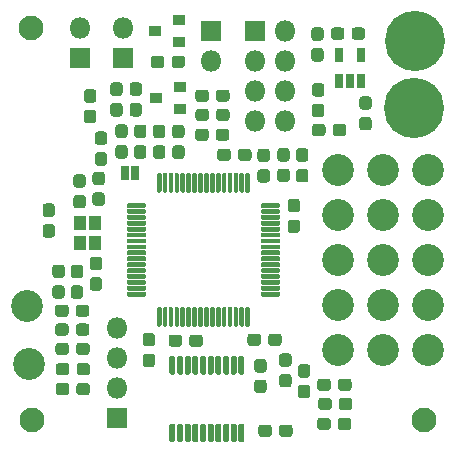
<source format=gts>
%TF.GenerationSoftware,KiCad,Pcbnew,(5.1.6-0-10_14)*%
%TF.CreationDate,2022-07-06T22:32:54-05:00*%
%TF.ProjectId,small_led_driver_v2,736d616c-6c5f-46c6-9564-5f6472697665,rev?*%
%TF.SameCoordinates,Original*%
%TF.FileFunction,Soldermask,Top*%
%TF.FilePolarity,Negative*%
%FSLAX46Y46*%
G04 Gerber Fmt 4.6, Leading zero omitted, Abs format (unit mm)*
G04 Created by KiCad (PCBNEW (5.1.6-0-10_14)) date 2022-07-06 22:32:54*
%MOMM*%
%LPD*%
G01*
G04 APERTURE LIST*
%ADD10C,2.700000*%
%ADD11O,1.800000X1.800000*%
%ADD12R,1.800000X1.800000*%
%ADD13C,5.100000*%
%ADD14R,1.000000X0.900000*%
%ADD15R,0.750000X1.160000*%
%ADD16R,0.675000X1.240000*%
%ADD17R,1.100000X1.300000*%
%ADD18C,2.100000*%
G04 APERTURE END LIST*
D10*
%TO.C,J13*%
X119806900Y-99585200D03*
%TD*%
%TO.C,J17*%
X119806900Y-107205200D03*
%TD*%
%TO.C,J19*%
X119806900Y-103395200D03*
%TD*%
%TO.C,J22*%
X119806900Y-95775200D03*
%TD*%
%TO.C,J23*%
X119806900Y-91965200D03*
%TD*%
%TO.C,C1*%
G36*
G01*
X95267500Y-101025000D02*
X95792500Y-101025000D01*
G75*
G02*
X96055000Y-101287500I0J-262500D01*
G01*
X96055000Y-101912500D01*
G75*
G02*
X95792500Y-102175000I-262500J0D01*
G01*
X95267500Y-102175000D01*
G75*
G02*
X95005000Y-101912500I0J262500D01*
G01*
X95005000Y-101287500D01*
G75*
G02*
X95267500Y-101025000I262500J0D01*
G01*
G37*
G36*
G01*
X95267500Y-99275000D02*
X95792500Y-99275000D01*
G75*
G02*
X96055000Y-99537500I0J-262500D01*
G01*
X96055000Y-100162500D01*
G75*
G02*
X95792500Y-100425000I-262500J0D01*
G01*
X95267500Y-100425000D01*
G75*
G02*
X95005000Y-100162500I0J262500D01*
G01*
X95005000Y-99537500D01*
G75*
G02*
X95267500Y-99275000I262500J0D01*
G01*
G37*
%TD*%
%TO.C,C2*%
G36*
G01*
X94402500Y-95200000D02*
X93877500Y-95200000D01*
G75*
G02*
X93615000Y-94937500I0J262500D01*
G01*
X93615000Y-94312500D01*
G75*
G02*
X93877500Y-94050000I262500J0D01*
G01*
X94402500Y-94050000D01*
G75*
G02*
X94665000Y-94312500I0J-262500D01*
G01*
X94665000Y-94937500D01*
G75*
G02*
X94402500Y-95200000I-262500J0D01*
G01*
G37*
G36*
G01*
X94402500Y-93450000D02*
X93877500Y-93450000D01*
G75*
G02*
X93615000Y-93187500I0J262500D01*
G01*
X93615000Y-92562500D01*
G75*
G02*
X93877500Y-92300000I262500J0D01*
G01*
X94402500Y-92300000D01*
G75*
G02*
X94665000Y-92562500I0J-262500D01*
G01*
X94665000Y-93187500D01*
G75*
G02*
X94402500Y-93450000I-262500J0D01*
G01*
G37*
%TD*%
%TO.C,C3*%
G36*
G01*
X97952500Y-90985000D02*
X97427500Y-90985000D01*
G75*
G02*
X97165000Y-90722500I0J262500D01*
G01*
X97165000Y-90097500D01*
G75*
G02*
X97427500Y-89835000I262500J0D01*
G01*
X97952500Y-89835000D01*
G75*
G02*
X98215000Y-90097500I0J-262500D01*
G01*
X98215000Y-90722500D01*
G75*
G02*
X97952500Y-90985000I-262500J0D01*
G01*
G37*
G36*
G01*
X97952500Y-89235000D02*
X97427500Y-89235000D01*
G75*
G02*
X97165000Y-88972500I0J262500D01*
G01*
X97165000Y-88347500D01*
G75*
G02*
X97427500Y-88085000I262500J0D01*
G01*
X97952500Y-88085000D01*
G75*
G02*
X98215000Y-88347500I0J-262500D01*
G01*
X98215000Y-88972500D01*
G75*
G02*
X97952500Y-89235000I-262500J0D01*
G01*
G37*
%TD*%
%TO.C,C4*%
G36*
G01*
X99542500Y-89245000D02*
X99017500Y-89245000D01*
G75*
G02*
X98755000Y-88982500I0J262500D01*
G01*
X98755000Y-88357500D01*
G75*
G02*
X99017500Y-88095000I262500J0D01*
G01*
X99542500Y-88095000D01*
G75*
G02*
X99805000Y-88357500I0J-262500D01*
G01*
X99805000Y-88982500D01*
G75*
G02*
X99542500Y-89245000I-262500J0D01*
G01*
G37*
G36*
G01*
X99542500Y-90995000D02*
X99017500Y-90995000D01*
G75*
G02*
X98755000Y-90732500I0J262500D01*
G01*
X98755000Y-90107500D01*
G75*
G02*
X99017500Y-89845000I262500J0D01*
G01*
X99542500Y-89845000D01*
G75*
G02*
X99805000Y-90107500I0J-262500D01*
G01*
X99805000Y-90732500D01*
G75*
G02*
X99542500Y-90995000I-262500J0D01*
G01*
G37*
%TD*%
%TO.C,C5*%
G36*
G01*
X109187500Y-107940000D02*
X109712500Y-107940000D01*
G75*
G02*
X109975000Y-108202500I0J-262500D01*
G01*
X109975000Y-108827500D01*
G75*
G02*
X109712500Y-109090000I-262500J0D01*
G01*
X109187500Y-109090000D01*
G75*
G02*
X108925000Y-108827500I0J262500D01*
G01*
X108925000Y-108202500D01*
G75*
G02*
X109187500Y-107940000I262500J0D01*
G01*
G37*
G36*
G01*
X109187500Y-109690000D02*
X109712500Y-109690000D01*
G75*
G02*
X109975000Y-109952500I0J-262500D01*
G01*
X109975000Y-110577500D01*
G75*
G02*
X109712500Y-110840000I-262500J0D01*
G01*
X109187500Y-110840000D01*
G75*
G02*
X108925000Y-110577500I0J262500D01*
G01*
X108925000Y-109952500D01*
G75*
G02*
X109187500Y-109690000I262500J0D01*
G01*
G37*
%TD*%
%TO.C,C6*%
G36*
G01*
X96218620Y-91579360D02*
X95693620Y-91579360D01*
G75*
G02*
X95431120Y-91316860I0J262500D01*
G01*
X95431120Y-90691860D01*
G75*
G02*
X95693620Y-90429360I262500J0D01*
G01*
X96218620Y-90429360D01*
G75*
G02*
X96481120Y-90691860I0J-262500D01*
G01*
X96481120Y-91316860D01*
G75*
G02*
X96218620Y-91579360I-262500J0D01*
G01*
G37*
G36*
G01*
X96218620Y-89829360D02*
X95693620Y-89829360D01*
G75*
G02*
X95431120Y-89566860I0J262500D01*
G01*
X95431120Y-88941860D01*
G75*
G02*
X95693620Y-88679360I262500J0D01*
G01*
X96218620Y-88679360D01*
G75*
G02*
X96481120Y-88941860I0J-262500D01*
G01*
X96481120Y-89566860D01*
G75*
G02*
X96218620Y-89829360I-262500J0D01*
G01*
G37*
%TD*%
%TO.C,C7*%
G36*
G01*
X111022380Y-114285640D02*
X111022380Y-113760640D01*
G75*
G02*
X111284880Y-113498140I262500J0D01*
G01*
X111909880Y-113498140D01*
G75*
G02*
X112172380Y-113760640I0J-262500D01*
G01*
X112172380Y-114285640D01*
G75*
G02*
X111909880Y-114548140I-262500J0D01*
G01*
X111284880Y-114548140D01*
G75*
G02*
X111022380Y-114285640I0J262500D01*
G01*
G37*
G36*
G01*
X109272380Y-114285640D02*
X109272380Y-113760640D01*
G75*
G02*
X109534880Y-113498140I262500J0D01*
G01*
X110159880Y-113498140D01*
G75*
G02*
X110422380Y-113760640I0J-262500D01*
G01*
X110422380Y-114285640D01*
G75*
G02*
X110159880Y-114548140I-262500J0D01*
G01*
X109534880Y-114548140D01*
G75*
G02*
X109272380Y-114285640I0J262500D01*
G01*
G37*
%TD*%
%TO.C,C8*%
G36*
G01*
X101142500Y-91005000D02*
X100617500Y-91005000D01*
G75*
G02*
X100355000Y-90742500I0J262500D01*
G01*
X100355000Y-90117500D01*
G75*
G02*
X100617500Y-89855000I262500J0D01*
G01*
X101142500Y-89855000D01*
G75*
G02*
X101405000Y-90117500I0J-262500D01*
G01*
X101405000Y-90742500D01*
G75*
G02*
X101142500Y-91005000I-262500J0D01*
G01*
G37*
G36*
G01*
X101142500Y-89255000D02*
X100617500Y-89255000D01*
G75*
G02*
X100355000Y-88992500I0J262500D01*
G01*
X100355000Y-88367500D01*
G75*
G02*
X100617500Y-88105000I262500J0D01*
G01*
X101142500Y-88105000D01*
G75*
G02*
X101405000Y-88367500I0J-262500D01*
G01*
X101405000Y-88992500D01*
G75*
G02*
X101142500Y-89255000I-262500J0D01*
G01*
G37*
%TD*%
%TO.C,C9*%
G36*
G01*
X103425000Y-106662500D02*
X103425000Y-106137500D01*
G75*
G02*
X103687500Y-105875000I262500J0D01*
G01*
X104312500Y-105875000D01*
G75*
G02*
X104575000Y-106137500I0J-262500D01*
G01*
X104575000Y-106662500D01*
G75*
G02*
X104312500Y-106925000I-262500J0D01*
G01*
X103687500Y-106925000D01*
G75*
G02*
X103425000Y-106662500I0J262500D01*
G01*
G37*
G36*
G01*
X101675000Y-106662500D02*
X101675000Y-106137500D01*
G75*
G02*
X101937500Y-105875000I262500J0D01*
G01*
X102562500Y-105875000D01*
G75*
G02*
X102825000Y-106137500I0J-262500D01*
G01*
X102825000Y-106662500D01*
G75*
G02*
X102562500Y-106925000I-262500J0D01*
G01*
X101937500Y-106925000D01*
G75*
G02*
X101675000Y-106662500I0J262500D01*
G01*
G37*
%TD*%
%TO.C,C10*%
G36*
G01*
X108355000Y-106582500D02*
X108355000Y-106057500D01*
G75*
G02*
X108617500Y-105795000I262500J0D01*
G01*
X109242500Y-105795000D01*
G75*
G02*
X109505000Y-106057500I0J-262500D01*
G01*
X109505000Y-106582500D01*
G75*
G02*
X109242500Y-106845000I-262500J0D01*
G01*
X108617500Y-106845000D01*
G75*
G02*
X108355000Y-106582500I0J262500D01*
G01*
G37*
G36*
G01*
X110105000Y-106582500D02*
X110105000Y-106057500D01*
G75*
G02*
X110367500Y-105795000I262500J0D01*
G01*
X110992500Y-105795000D01*
G75*
G02*
X111255000Y-106057500I0J-262500D01*
G01*
X111255000Y-106582500D01*
G75*
G02*
X110992500Y-106845000I-262500J0D01*
G01*
X110367500Y-106845000D01*
G75*
G02*
X110105000Y-106582500I0J262500D01*
G01*
G37*
%TD*%
%TO.C,C11*%
G36*
G01*
X99747500Y-107485000D02*
X100272500Y-107485000D01*
G75*
G02*
X100535000Y-107747500I0J-262500D01*
G01*
X100535000Y-108372500D01*
G75*
G02*
X100272500Y-108635000I-262500J0D01*
G01*
X99747500Y-108635000D01*
G75*
G02*
X99485000Y-108372500I0J262500D01*
G01*
X99485000Y-107747500D01*
G75*
G02*
X99747500Y-107485000I262500J0D01*
G01*
G37*
G36*
G01*
X99747500Y-105735000D02*
X100272500Y-105735000D01*
G75*
G02*
X100535000Y-105997500I0J-262500D01*
G01*
X100535000Y-106622500D01*
G75*
G02*
X100272500Y-106885000I-262500J0D01*
G01*
X99747500Y-106885000D01*
G75*
G02*
X99485000Y-106622500I0J262500D01*
G01*
X99485000Y-105997500D01*
G75*
G02*
X99747500Y-105735000I262500J0D01*
G01*
G37*
%TD*%
%TO.C,C12*%
G36*
G01*
X102772500Y-91010000D02*
X102247500Y-91010000D01*
G75*
G02*
X101985000Y-90747500I0J262500D01*
G01*
X101985000Y-90122500D01*
G75*
G02*
X102247500Y-89860000I262500J0D01*
G01*
X102772500Y-89860000D01*
G75*
G02*
X103035000Y-90122500I0J-262500D01*
G01*
X103035000Y-90747500D01*
G75*
G02*
X102772500Y-91010000I-262500J0D01*
G01*
G37*
G36*
G01*
X102772500Y-89260000D02*
X102247500Y-89260000D01*
G75*
G02*
X101985000Y-88997500I0J262500D01*
G01*
X101985000Y-88372500D01*
G75*
G02*
X102247500Y-88110000I262500J0D01*
G01*
X102772500Y-88110000D01*
G75*
G02*
X103035000Y-88372500I0J-262500D01*
G01*
X103035000Y-88997500D01*
G75*
G02*
X102772500Y-89260000I-262500J0D01*
G01*
G37*
%TD*%
%TO.C,C13*%
G36*
G01*
X117170000Y-80662500D02*
X117170000Y-80137500D01*
G75*
G02*
X117432500Y-79875000I262500J0D01*
G01*
X118057500Y-79875000D01*
G75*
G02*
X118320000Y-80137500I0J-262500D01*
G01*
X118320000Y-80662500D01*
G75*
G02*
X118057500Y-80925000I-262500J0D01*
G01*
X117432500Y-80925000D01*
G75*
G02*
X117170000Y-80662500I0J262500D01*
G01*
G37*
G36*
G01*
X115420000Y-80662500D02*
X115420000Y-80137500D01*
G75*
G02*
X115682500Y-79875000I262500J0D01*
G01*
X116307500Y-79875000D01*
G75*
G02*
X116570000Y-80137500I0J-262500D01*
G01*
X116570000Y-80662500D01*
G75*
G02*
X116307500Y-80925000I-262500J0D01*
G01*
X115682500Y-80925000D01*
G75*
G02*
X115420000Y-80662500I0J262500D01*
G01*
G37*
%TD*%
%TO.C,C14*%
G36*
G01*
X118087500Y-87445000D02*
X118612500Y-87445000D01*
G75*
G02*
X118875000Y-87707500I0J-262500D01*
G01*
X118875000Y-88332500D01*
G75*
G02*
X118612500Y-88595000I-262500J0D01*
G01*
X118087500Y-88595000D01*
G75*
G02*
X117825000Y-88332500I0J262500D01*
G01*
X117825000Y-87707500D01*
G75*
G02*
X118087500Y-87445000I262500J0D01*
G01*
G37*
G36*
G01*
X118087500Y-85695000D02*
X118612500Y-85695000D01*
G75*
G02*
X118875000Y-85957500I0J-262500D01*
G01*
X118875000Y-86582500D01*
G75*
G02*
X118612500Y-86845000I-262500J0D01*
G01*
X118087500Y-86845000D01*
G75*
G02*
X117825000Y-86582500I0J262500D01*
G01*
X117825000Y-85957500D01*
G75*
G02*
X118087500Y-85695000I262500J0D01*
G01*
G37*
%TD*%
%TO.C,C15*%
G36*
G01*
X112730500Y-90099000D02*
X113255500Y-90099000D01*
G75*
G02*
X113518000Y-90361500I0J-262500D01*
G01*
X113518000Y-90986500D01*
G75*
G02*
X113255500Y-91249000I-262500J0D01*
G01*
X112730500Y-91249000D01*
G75*
G02*
X112468000Y-90986500I0J262500D01*
G01*
X112468000Y-90361500D01*
G75*
G02*
X112730500Y-90099000I262500J0D01*
G01*
G37*
G36*
G01*
X112730500Y-91849000D02*
X113255500Y-91849000D01*
G75*
G02*
X113518000Y-92111500I0J-262500D01*
G01*
X113518000Y-92736500D01*
G75*
G02*
X113255500Y-92999000I-262500J0D01*
G01*
X112730500Y-92999000D01*
G75*
G02*
X112468000Y-92736500I0J262500D01*
G01*
X112468000Y-92111500D01*
G75*
G02*
X112730500Y-91849000I262500J0D01*
G01*
G37*
%TD*%
%TO.C,C16*%
G36*
G01*
X111142500Y-91830000D02*
X111667500Y-91830000D01*
G75*
G02*
X111930000Y-92092500I0J-262500D01*
G01*
X111930000Y-92717500D01*
G75*
G02*
X111667500Y-92980000I-262500J0D01*
G01*
X111142500Y-92980000D01*
G75*
G02*
X110880000Y-92717500I0J262500D01*
G01*
X110880000Y-92092500D01*
G75*
G02*
X111142500Y-91830000I262500J0D01*
G01*
G37*
G36*
G01*
X111142500Y-90080000D02*
X111667500Y-90080000D01*
G75*
G02*
X111930000Y-90342500I0J-262500D01*
G01*
X111930000Y-90967500D01*
G75*
G02*
X111667500Y-91230000I-262500J0D01*
G01*
X111142500Y-91230000D01*
G75*
G02*
X110880000Y-90967500I0J262500D01*
G01*
X110880000Y-90342500D01*
G75*
G02*
X111142500Y-90080000I262500J0D01*
G01*
G37*
%TD*%
%TO.C,C17*%
G36*
G01*
X114077500Y-84580000D02*
X114602500Y-84580000D01*
G75*
G02*
X114865000Y-84842500I0J-262500D01*
G01*
X114865000Y-85467500D01*
G75*
G02*
X114602500Y-85730000I-262500J0D01*
G01*
X114077500Y-85730000D01*
G75*
G02*
X113815000Y-85467500I0J262500D01*
G01*
X113815000Y-84842500D01*
G75*
G02*
X114077500Y-84580000I262500J0D01*
G01*
G37*
G36*
G01*
X114077500Y-86330000D02*
X114602500Y-86330000D01*
G75*
G02*
X114865000Y-86592500I0J-262500D01*
G01*
X114865000Y-87217500D01*
G75*
G02*
X114602500Y-87480000I-262500J0D01*
G01*
X114077500Y-87480000D01*
G75*
G02*
X113815000Y-87217500I0J262500D01*
G01*
X113815000Y-86592500D01*
G75*
G02*
X114077500Y-86330000I262500J0D01*
G01*
G37*
%TD*%
D11*
%TO.C,J3*%
X97309280Y-105287704D03*
X97309280Y-107827704D03*
X97309280Y-110367704D03*
D12*
X97309280Y-112907704D03*
%TD*%
D13*
%TO.C,J20*%
X122555000Y-80987900D03*
%TD*%
%TO.C,J21*%
X122491500Y-86702900D03*
%TD*%
D14*
%TO.C,Q1*%
X100563740Y-80155660D03*
X102563740Y-79205660D03*
X102563740Y-81105660D03*
%TD*%
%TO.C,Q2*%
X102608340Y-86774160D03*
X102608340Y-84874160D03*
X100608340Y-85824160D03*
%TD*%
%TO.C,R1*%
G36*
G01*
X107550000Y-90922500D02*
X107550000Y-90397500D01*
G75*
G02*
X107812500Y-90135000I262500J0D01*
G01*
X108437500Y-90135000D01*
G75*
G02*
X108700000Y-90397500I0J-262500D01*
G01*
X108700000Y-90922500D01*
G75*
G02*
X108437500Y-91185000I-262500J0D01*
G01*
X107812500Y-91185000D01*
G75*
G02*
X107550000Y-90922500I0J262500D01*
G01*
G37*
G36*
G01*
X105800000Y-90922500D02*
X105800000Y-90397500D01*
G75*
G02*
X106062500Y-90135000I262500J0D01*
G01*
X106687500Y-90135000D01*
G75*
G02*
X106950000Y-90397500I0J-262500D01*
G01*
X106950000Y-90922500D01*
G75*
G02*
X106687500Y-91185000I-262500J0D01*
G01*
X106062500Y-91185000D01*
G75*
G02*
X105800000Y-90922500I0J262500D01*
G01*
G37*
%TD*%
%TO.C,R2*%
G36*
G01*
X109467500Y-90125000D02*
X109992500Y-90125000D01*
G75*
G02*
X110255000Y-90387500I0J-262500D01*
G01*
X110255000Y-91012500D01*
G75*
G02*
X109992500Y-91275000I-262500J0D01*
G01*
X109467500Y-91275000D01*
G75*
G02*
X109205000Y-91012500I0J262500D01*
G01*
X109205000Y-90387500D01*
G75*
G02*
X109467500Y-90125000I262500J0D01*
G01*
G37*
G36*
G01*
X109467500Y-91875000D02*
X109992500Y-91875000D01*
G75*
G02*
X110255000Y-92137500I0J-262500D01*
G01*
X110255000Y-92762500D01*
G75*
G02*
X109992500Y-93025000I-262500J0D01*
G01*
X109467500Y-93025000D01*
G75*
G02*
X109205000Y-92762500I0J262500D01*
G01*
X109205000Y-92137500D01*
G75*
G02*
X109467500Y-91875000I262500J0D01*
G01*
G37*
%TD*%
%TO.C,R3*%
G36*
G01*
X95492960Y-92084260D02*
X96017960Y-92084260D01*
G75*
G02*
X96280460Y-92346760I0J-262500D01*
G01*
X96280460Y-92971760D01*
G75*
G02*
X96017960Y-93234260I-262500J0D01*
G01*
X95492960Y-93234260D01*
G75*
G02*
X95230460Y-92971760I0J262500D01*
G01*
X95230460Y-92346760D01*
G75*
G02*
X95492960Y-92084260I262500J0D01*
G01*
G37*
G36*
G01*
X95492960Y-93834260D02*
X96017960Y-93834260D01*
G75*
G02*
X96280460Y-94096760I0J-262500D01*
G01*
X96280460Y-94721760D01*
G75*
G02*
X96017960Y-94984260I-262500J0D01*
G01*
X95492960Y-94984260D01*
G75*
G02*
X95230460Y-94721760I0J262500D01*
G01*
X95230460Y-94096760D01*
G75*
G02*
X95492960Y-93834260I262500J0D01*
G01*
G37*
%TD*%
%TO.C,R4*%
G36*
G01*
X112545500Y-95535000D02*
X112020500Y-95535000D01*
G75*
G02*
X111758000Y-95272500I0J262500D01*
G01*
X111758000Y-94647500D01*
G75*
G02*
X112020500Y-94385000I262500J0D01*
G01*
X112545500Y-94385000D01*
G75*
G02*
X112808000Y-94647500I0J-262500D01*
G01*
X112808000Y-95272500D01*
G75*
G02*
X112545500Y-95535000I-262500J0D01*
G01*
G37*
G36*
G01*
X112545500Y-97285000D02*
X112020500Y-97285000D01*
G75*
G02*
X111758000Y-97022500I0J262500D01*
G01*
X111758000Y-96397500D01*
G75*
G02*
X112020500Y-96135000I262500J0D01*
G01*
X112545500Y-96135000D01*
G75*
G02*
X112808000Y-96397500I0J-262500D01*
G01*
X112808000Y-97022500D01*
G75*
G02*
X112545500Y-97285000I-262500J0D01*
G01*
G37*
%TD*%
%TO.C,R5*%
G36*
G01*
X105672900Y-89225140D02*
X105672900Y-88700140D01*
G75*
G02*
X105935400Y-88437640I262500J0D01*
G01*
X106560400Y-88437640D01*
G75*
G02*
X106822900Y-88700140I0J-262500D01*
G01*
X106822900Y-89225140D01*
G75*
G02*
X106560400Y-89487640I-262500J0D01*
G01*
X105935400Y-89487640D01*
G75*
G02*
X105672900Y-89225140I0J262500D01*
G01*
G37*
G36*
G01*
X103922900Y-89225140D02*
X103922900Y-88700140D01*
G75*
G02*
X104185400Y-88437640I262500J0D01*
G01*
X104810400Y-88437640D01*
G75*
G02*
X105072900Y-88700140I0J-262500D01*
G01*
X105072900Y-89225140D01*
G75*
G02*
X104810400Y-89487640I-262500J0D01*
G01*
X104185400Y-89487640D01*
G75*
G02*
X103922900Y-89225140I0J262500D01*
G01*
G37*
%TD*%
%TO.C,R6*%
G36*
G01*
X91266400Y-96527900D02*
X91791400Y-96527900D01*
G75*
G02*
X92053900Y-96790400I0J-262500D01*
G01*
X92053900Y-97415400D01*
G75*
G02*
X91791400Y-97677900I-262500J0D01*
G01*
X91266400Y-97677900D01*
G75*
G02*
X91003900Y-97415400I0J262500D01*
G01*
X91003900Y-96790400D01*
G75*
G02*
X91266400Y-96527900I262500J0D01*
G01*
G37*
G36*
G01*
X91266400Y-94777900D02*
X91791400Y-94777900D01*
G75*
G02*
X92053900Y-95040400I0J-262500D01*
G01*
X92053900Y-95665400D01*
G75*
G02*
X91791400Y-95927900I-262500J0D01*
G01*
X91266400Y-95927900D01*
G75*
G02*
X91003900Y-95665400I0J262500D01*
G01*
X91003900Y-95040400D01*
G75*
G02*
X91266400Y-94777900I262500J0D01*
G01*
G37*
%TD*%
%TO.C,R7*%
G36*
G01*
X92104600Y-99948100D02*
X92629600Y-99948100D01*
G75*
G02*
X92892100Y-100210600I0J-262500D01*
G01*
X92892100Y-100835600D01*
G75*
G02*
X92629600Y-101098100I-262500J0D01*
G01*
X92104600Y-101098100D01*
G75*
G02*
X91842100Y-100835600I0J262500D01*
G01*
X91842100Y-100210600D01*
G75*
G02*
X92104600Y-99948100I262500J0D01*
G01*
G37*
G36*
G01*
X92104600Y-101698100D02*
X92629600Y-101698100D01*
G75*
G02*
X92892100Y-101960600I0J-262500D01*
G01*
X92892100Y-102585600D01*
G75*
G02*
X92629600Y-102848100I-262500J0D01*
G01*
X92104600Y-102848100D01*
G75*
G02*
X91842100Y-102585600I0J262500D01*
G01*
X91842100Y-101960600D01*
G75*
G02*
X92104600Y-101698100I262500J0D01*
G01*
G37*
%TD*%
%TO.C,R10*%
G36*
G01*
X114965000Y-88297500D02*
X114965000Y-88822500D01*
G75*
G02*
X114702500Y-89085000I-262500J0D01*
G01*
X114077500Y-89085000D01*
G75*
G02*
X113815000Y-88822500I0J262500D01*
G01*
X113815000Y-88297500D01*
G75*
G02*
X114077500Y-88035000I262500J0D01*
G01*
X114702500Y-88035000D01*
G75*
G02*
X114965000Y-88297500I0J-262500D01*
G01*
G37*
G36*
G01*
X116715000Y-88297500D02*
X116715000Y-88822500D01*
G75*
G02*
X116452500Y-89085000I-262500J0D01*
G01*
X115827500Y-89085000D01*
G75*
G02*
X115565000Y-88822500I0J262500D01*
G01*
X115565000Y-88297500D01*
G75*
G02*
X115827500Y-88035000I262500J0D01*
G01*
X116452500Y-88035000D01*
G75*
G02*
X116715000Y-88297500I0J-262500D01*
G01*
G37*
%TD*%
%TO.C,R11*%
G36*
G01*
X93654000Y-101709500D02*
X94179000Y-101709500D01*
G75*
G02*
X94441500Y-101972000I0J-262500D01*
G01*
X94441500Y-102597000D01*
G75*
G02*
X94179000Y-102859500I-262500J0D01*
G01*
X93654000Y-102859500D01*
G75*
G02*
X93391500Y-102597000I0J262500D01*
G01*
X93391500Y-101972000D01*
G75*
G02*
X93654000Y-101709500I262500J0D01*
G01*
G37*
G36*
G01*
X93654000Y-99959500D02*
X94179000Y-99959500D01*
G75*
G02*
X94441500Y-100222000I0J-262500D01*
G01*
X94441500Y-100847000D01*
G75*
G02*
X94179000Y-101109500I-262500J0D01*
G01*
X93654000Y-101109500D01*
G75*
G02*
X93391500Y-100847000I0J262500D01*
G01*
X93391500Y-100222000D01*
G75*
G02*
X93654000Y-99959500I262500J0D01*
G01*
G37*
%TD*%
%TO.C,R12*%
G36*
G01*
X94961400Y-103598100D02*
X94961400Y-104123100D01*
G75*
G02*
X94698900Y-104385600I-262500J0D01*
G01*
X94073900Y-104385600D01*
G75*
G02*
X93811400Y-104123100I0J262500D01*
G01*
X93811400Y-103598100D01*
G75*
G02*
X94073900Y-103335600I262500J0D01*
G01*
X94698900Y-103335600D01*
G75*
G02*
X94961400Y-103598100I0J-262500D01*
G01*
G37*
G36*
G01*
X93211400Y-103598100D02*
X93211400Y-104123100D01*
G75*
G02*
X92948900Y-104385600I-262500J0D01*
G01*
X92323900Y-104385600D01*
G75*
G02*
X92061400Y-104123100I0J262500D01*
G01*
X92061400Y-103598100D01*
G75*
G02*
X92323900Y-103335600I262500J0D01*
G01*
X92948900Y-103335600D01*
G75*
G02*
X93211400Y-103598100I0J-262500D01*
G01*
G37*
%TD*%
%TO.C,R13*%
G36*
G01*
X103937900Y-85915140D02*
X103937900Y-85390140D01*
G75*
G02*
X104200400Y-85127640I262500J0D01*
G01*
X104825400Y-85127640D01*
G75*
G02*
X105087900Y-85390140I0J-262500D01*
G01*
X105087900Y-85915140D01*
G75*
G02*
X104825400Y-86177640I-262500J0D01*
G01*
X104200400Y-86177640D01*
G75*
G02*
X103937900Y-85915140I0J262500D01*
G01*
G37*
G36*
G01*
X105687900Y-85915140D02*
X105687900Y-85390140D01*
G75*
G02*
X105950400Y-85127640I262500J0D01*
G01*
X106575400Y-85127640D01*
G75*
G02*
X106837900Y-85390140I0J-262500D01*
G01*
X106837900Y-85915140D01*
G75*
G02*
X106575400Y-86177640I-262500J0D01*
G01*
X105950400Y-86177640D01*
G75*
G02*
X105687900Y-85915140I0J262500D01*
G01*
G37*
%TD*%
%TO.C,R14*%
G36*
G01*
X92098200Y-107356000D02*
X92098200Y-106831000D01*
G75*
G02*
X92360700Y-106568500I262500J0D01*
G01*
X92985700Y-106568500D01*
G75*
G02*
X93248200Y-106831000I0J-262500D01*
G01*
X93248200Y-107356000D01*
G75*
G02*
X92985700Y-107618500I-262500J0D01*
G01*
X92360700Y-107618500D01*
G75*
G02*
X92098200Y-107356000I0J262500D01*
G01*
G37*
G36*
G01*
X93848200Y-107356000D02*
X93848200Y-106831000D01*
G75*
G02*
X94110700Y-106568500I262500J0D01*
G01*
X94735700Y-106568500D01*
G75*
G02*
X94998200Y-106831000I0J-262500D01*
G01*
X94998200Y-107356000D01*
G75*
G02*
X94735700Y-107618500I-262500J0D01*
G01*
X94110700Y-107618500D01*
G75*
G02*
X93848200Y-107356000I0J262500D01*
G01*
G37*
%TD*%
%TO.C,R15*%
G36*
G01*
X93224100Y-105198300D02*
X93224100Y-105723300D01*
G75*
G02*
X92961600Y-105985800I-262500J0D01*
G01*
X92336600Y-105985800D01*
G75*
G02*
X92074100Y-105723300I0J262500D01*
G01*
X92074100Y-105198300D01*
G75*
G02*
X92336600Y-104935800I262500J0D01*
G01*
X92961600Y-104935800D01*
G75*
G02*
X93224100Y-105198300I0J-262500D01*
G01*
G37*
G36*
G01*
X94974100Y-105198300D02*
X94974100Y-105723300D01*
G75*
G02*
X94711600Y-105985800I-262500J0D01*
G01*
X94086600Y-105985800D01*
G75*
G02*
X93824100Y-105723300I0J262500D01*
G01*
X93824100Y-105198300D01*
G75*
G02*
X94086600Y-104935800I262500J0D01*
G01*
X94711600Y-104935800D01*
G75*
G02*
X94974100Y-105198300I0J-262500D01*
G01*
G37*
%TD*%
%TO.C,R16*%
G36*
G01*
X93883200Y-109066000D02*
X93883200Y-108541000D01*
G75*
G02*
X94145700Y-108278500I262500J0D01*
G01*
X94770700Y-108278500D01*
G75*
G02*
X95033200Y-108541000I0J-262500D01*
G01*
X95033200Y-109066000D01*
G75*
G02*
X94770700Y-109328500I-262500J0D01*
G01*
X94145700Y-109328500D01*
G75*
G02*
X93883200Y-109066000I0J262500D01*
G01*
G37*
G36*
G01*
X92133200Y-109066000D02*
X92133200Y-108541000D01*
G75*
G02*
X92395700Y-108278500I262500J0D01*
G01*
X93020700Y-108278500D01*
G75*
G02*
X93283200Y-108541000I0J-262500D01*
G01*
X93283200Y-109066000D01*
G75*
G02*
X93020700Y-109328500I-262500J0D01*
G01*
X92395700Y-109328500D01*
G75*
G02*
X92133200Y-109066000I0J262500D01*
G01*
G37*
%TD*%
%TO.C,R17*%
G36*
G01*
X95018200Y-110231000D02*
X95018200Y-110756000D01*
G75*
G02*
X94755700Y-111018500I-262500J0D01*
G01*
X94130700Y-111018500D01*
G75*
G02*
X93868200Y-110756000I0J262500D01*
G01*
X93868200Y-110231000D01*
G75*
G02*
X94130700Y-109968500I262500J0D01*
G01*
X94755700Y-109968500D01*
G75*
G02*
X95018200Y-110231000I0J-262500D01*
G01*
G37*
G36*
G01*
X93268200Y-110231000D02*
X93268200Y-110756000D01*
G75*
G02*
X93005700Y-111018500I-262500J0D01*
G01*
X92380700Y-111018500D01*
G75*
G02*
X92118200Y-110756000I0J262500D01*
G01*
X92118200Y-110231000D01*
G75*
G02*
X92380700Y-109968500I262500J0D01*
G01*
X93005700Y-109968500D01*
G75*
G02*
X93268200Y-110231000I0J-262500D01*
G01*
G37*
%TD*%
%TO.C,R18*%
G36*
G01*
X95296600Y-86249200D02*
X94771600Y-86249200D01*
G75*
G02*
X94509100Y-85986700I0J262500D01*
G01*
X94509100Y-85361700D01*
G75*
G02*
X94771600Y-85099200I262500J0D01*
G01*
X95296600Y-85099200D01*
G75*
G02*
X95559100Y-85361700I0J-262500D01*
G01*
X95559100Y-85986700D01*
G75*
G02*
X95296600Y-86249200I-262500J0D01*
G01*
G37*
G36*
G01*
X95296600Y-87999200D02*
X94771600Y-87999200D01*
G75*
G02*
X94509100Y-87736700I0J262500D01*
G01*
X94509100Y-87111700D01*
G75*
G02*
X94771600Y-86849200I262500J0D01*
G01*
X95296600Y-86849200D01*
G75*
G02*
X95559100Y-87111700I0J-262500D01*
G01*
X95559100Y-87736700D01*
G75*
G02*
X95296600Y-87999200I-262500J0D01*
G01*
G37*
%TD*%
%TO.C,R19*%
G36*
G01*
X100175400Y-83053800D02*
X100175400Y-82528800D01*
G75*
G02*
X100437900Y-82266300I262500J0D01*
G01*
X101062900Y-82266300D01*
G75*
G02*
X101325400Y-82528800I0J-262500D01*
G01*
X101325400Y-83053800D01*
G75*
G02*
X101062900Y-83316300I-262500J0D01*
G01*
X100437900Y-83316300D01*
G75*
G02*
X100175400Y-83053800I0J262500D01*
G01*
G37*
G36*
G01*
X101925400Y-83053800D02*
X101925400Y-82528800D01*
G75*
G02*
X102187900Y-82266300I262500J0D01*
G01*
X102812900Y-82266300D01*
G75*
G02*
X103075400Y-82528800I0J-262500D01*
G01*
X103075400Y-83053800D01*
G75*
G02*
X102812900Y-83316300I-262500J0D01*
G01*
X102187900Y-83316300D01*
G75*
G02*
X101925400Y-83053800I0J262500D01*
G01*
G37*
%TD*%
%TO.C,R20*%
G36*
G01*
X97520840Y-85674160D02*
X96995840Y-85674160D01*
G75*
G02*
X96733340Y-85411660I0J262500D01*
G01*
X96733340Y-84786660D01*
G75*
G02*
X96995840Y-84524160I262500J0D01*
G01*
X97520840Y-84524160D01*
G75*
G02*
X97783340Y-84786660I0J-262500D01*
G01*
X97783340Y-85411660D01*
G75*
G02*
X97520840Y-85674160I-262500J0D01*
G01*
G37*
G36*
G01*
X97520840Y-87424160D02*
X96995840Y-87424160D01*
G75*
G02*
X96733340Y-87161660I0J262500D01*
G01*
X96733340Y-86536660D01*
G75*
G02*
X96995840Y-86274160I262500J0D01*
G01*
X97520840Y-86274160D01*
G75*
G02*
X97783340Y-86536660I0J-262500D01*
G01*
X97783340Y-87161660D01*
G75*
G02*
X97520840Y-87424160I-262500J0D01*
G01*
G37*
%TD*%
%TO.C,R21*%
G36*
G01*
X98635840Y-84514160D02*
X99160840Y-84514160D01*
G75*
G02*
X99423340Y-84776660I0J-262500D01*
G01*
X99423340Y-85401660D01*
G75*
G02*
X99160840Y-85664160I-262500J0D01*
G01*
X98635840Y-85664160D01*
G75*
G02*
X98373340Y-85401660I0J262500D01*
G01*
X98373340Y-84776660D01*
G75*
G02*
X98635840Y-84514160I262500J0D01*
G01*
G37*
G36*
G01*
X98635840Y-86264160D02*
X99160840Y-86264160D01*
G75*
G02*
X99423340Y-86526660I0J-262500D01*
G01*
X99423340Y-87151660D01*
G75*
G02*
X99160840Y-87414160I-262500J0D01*
G01*
X98635840Y-87414160D01*
G75*
G02*
X98373340Y-87151660I0J262500D01*
G01*
X98373340Y-86526660D01*
G75*
G02*
X98635840Y-86264160I262500J0D01*
G01*
G37*
%TD*%
D12*
%TO.C,SW1*%
X105300780Y-80149700D03*
D11*
X105300780Y-82689700D03*
%TD*%
%TO.C,U1*%
G36*
G01*
X107722352Y-107684631D02*
X107972352Y-107684631D01*
G75*
G02*
X108097352Y-107809631I0J-125000D01*
G01*
X108097352Y-109134631D01*
G75*
G02*
X107972352Y-109259631I-125000J0D01*
G01*
X107722352Y-109259631D01*
G75*
G02*
X107597352Y-109134631I0J125000D01*
G01*
X107597352Y-107809631D01*
G75*
G02*
X107722352Y-107684631I125000J0D01*
G01*
G37*
G36*
G01*
X107072352Y-107684631D02*
X107322352Y-107684631D01*
G75*
G02*
X107447352Y-107809631I0J-125000D01*
G01*
X107447352Y-109134631D01*
G75*
G02*
X107322352Y-109259631I-125000J0D01*
G01*
X107072352Y-109259631D01*
G75*
G02*
X106947352Y-109134631I0J125000D01*
G01*
X106947352Y-107809631D01*
G75*
G02*
X107072352Y-107684631I125000J0D01*
G01*
G37*
G36*
G01*
X106422352Y-107684631D02*
X106672352Y-107684631D01*
G75*
G02*
X106797352Y-107809631I0J-125000D01*
G01*
X106797352Y-109134631D01*
G75*
G02*
X106672352Y-109259631I-125000J0D01*
G01*
X106422352Y-109259631D01*
G75*
G02*
X106297352Y-109134631I0J125000D01*
G01*
X106297352Y-107809631D01*
G75*
G02*
X106422352Y-107684631I125000J0D01*
G01*
G37*
G36*
G01*
X105772352Y-107684631D02*
X106022352Y-107684631D01*
G75*
G02*
X106147352Y-107809631I0J-125000D01*
G01*
X106147352Y-109134631D01*
G75*
G02*
X106022352Y-109259631I-125000J0D01*
G01*
X105772352Y-109259631D01*
G75*
G02*
X105647352Y-109134631I0J125000D01*
G01*
X105647352Y-107809631D01*
G75*
G02*
X105772352Y-107684631I125000J0D01*
G01*
G37*
G36*
G01*
X105122352Y-107684631D02*
X105372352Y-107684631D01*
G75*
G02*
X105497352Y-107809631I0J-125000D01*
G01*
X105497352Y-109134631D01*
G75*
G02*
X105372352Y-109259631I-125000J0D01*
G01*
X105122352Y-109259631D01*
G75*
G02*
X104997352Y-109134631I0J125000D01*
G01*
X104997352Y-107809631D01*
G75*
G02*
X105122352Y-107684631I125000J0D01*
G01*
G37*
G36*
G01*
X104472352Y-107684631D02*
X104722352Y-107684631D01*
G75*
G02*
X104847352Y-107809631I0J-125000D01*
G01*
X104847352Y-109134631D01*
G75*
G02*
X104722352Y-109259631I-125000J0D01*
G01*
X104472352Y-109259631D01*
G75*
G02*
X104347352Y-109134631I0J125000D01*
G01*
X104347352Y-107809631D01*
G75*
G02*
X104472352Y-107684631I125000J0D01*
G01*
G37*
G36*
G01*
X103822352Y-107684631D02*
X104072352Y-107684631D01*
G75*
G02*
X104197352Y-107809631I0J-125000D01*
G01*
X104197352Y-109134631D01*
G75*
G02*
X104072352Y-109259631I-125000J0D01*
G01*
X103822352Y-109259631D01*
G75*
G02*
X103697352Y-109134631I0J125000D01*
G01*
X103697352Y-107809631D01*
G75*
G02*
X103822352Y-107684631I125000J0D01*
G01*
G37*
G36*
G01*
X103172352Y-107684631D02*
X103422352Y-107684631D01*
G75*
G02*
X103547352Y-107809631I0J-125000D01*
G01*
X103547352Y-109134631D01*
G75*
G02*
X103422352Y-109259631I-125000J0D01*
G01*
X103172352Y-109259631D01*
G75*
G02*
X103047352Y-109134631I0J125000D01*
G01*
X103047352Y-107809631D01*
G75*
G02*
X103172352Y-107684631I125000J0D01*
G01*
G37*
G36*
G01*
X102522352Y-107684631D02*
X102772352Y-107684631D01*
G75*
G02*
X102897352Y-107809631I0J-125000D01*
G01*
X102897352Y-109134631D01*
G75*
G02*
X102772352Y-109259631I-125000J0D01*
G01*
X102522352Y-109259631D01*
G75*
G02*
X102397352Y-109134631I0J125000D01*
G01*
X102397352Y-107809631D01*
G75*
G02*
X102522352Y-107684631I125000J0D01*
G01*
G37*
G36*
G01*
X101872352Y-107684631D02*
X102122352Y-107684631D01*
G75*
G02*
X102247352Y-107809631I0J-125000D01*
G01*
X102247352Y-109134631D01*
G75*
G02*
X102122352Y-109259631I-125000J0D01*
G01*
X101872352Y-109259631D01*
G75*
G02*
X101747352Y-109134631I0J125000D01*
G01*
X101747352Y-107809631D01*
G75*
G02*
X101872352Y-107684631I125000J0D01*
G01*
G37*
G36*
G01*
X101872352Y-113409631D02*
X102122352Y-113409631D01*
G75*
G02*
X102247352Y-113534631I0J-125000D01*
G01*
X102247352Y-114859631D01*
G75*
G02*
X102122352Y-114984631I-125000J0D01*
G01*
X101872352Y-114984631D01*
G75*
G02*
X101747352Y-114859631I0J125000D01*
G01*
X101747352Y-113534631D01*
G75*
G02*
X101872352Y-113409631I125000J0D01*
G01*
G37*
G36*
G01*
X102522352Y-113409631D02*
X102772352Y-113409631D01*
G75*
G02*
X102897352Y-113534631I0J-125000D01*
G01*
X102897352Y-114859631D01*
G75*
G02*
X102772352Y-114984631I-125000J0D01*
G01*
X102522352Y-114984631D01*
G75*
G02*
X102397352Y-114859631I0J125000D01*
G01*
X102397352Y-113534631D01*
G75*
G02*
X102522352Y-113409631I125000J0D01*
G01*
G37*
G36*
G01*
X103172352Y-113409631D02*
X103422352Y-113409631D01*
G75*
G02*
X103547352Y-113534631I0J-125000D01*
G01*
X103547352Y-114859631D01*
G75*
G02*
X103422352Y-114984631I-125000J0D01*
G01*
X103172352Y-114984631D01*
G75*
G02*
X103047352Y-114859631I0J125000D01*
G01*
X103047352Y-113534631D01*
G75*
G02*
X103172352Y-113409631I125000J0D01*
G01*
G37*
G36*
G01*
X103822352Y-113409631D02*
X104072352Y-113409631D01*
G75*
G02*
X104197352Y-113534631I0J-125000D01*
G01*
X104197352Y-114859631D01*
G75*
G02*
X104072352Y-114984631I-125000J0D01*
G01*
X103822352Y-114984631D01*
G75*
G02*
X103697352Y-114859631I0J125000D01*
G01*
X103697352Y-113534631D01*
G75*
G02*
X103822352Y-113409631I125000J0D01*
G01*
G37*
G36*
G01*
X104472352Y-113409631D02*
X104722352Y-113409631D01*
G75*
G02*
X104847352Y-113534631I0J-125000D01*
G01*
X104847352Y-114859631D01*
G75*
G02*
X104722352Y-114984631I-125000J0D01*
G01*
X104472352Y-114984631D01*
G75*
G02*
X104347352Y-114859631I0J125000D01*
G01*
X104347352Y-113534631D01*
G75*
G02*
X104472352Y-113409631I125000J0D01*
G01*
G37*
G36*
G01*
X105122352Y-113409631D02*
X105372352Y-113409631D01*
G75*
G02*
X105497352Y-113534631I0J-125000D01*
G01*
X105497352Y-114859631D01*
G75*
G02*
X105372352Y-114984631I-125000J0D01*
G01*
X105122352Y-114984631D01*
G75*
G02*
X104997352Y-114859631I0J125000D01*
G01*
X104997352Y-113534631D01*
G75*
G02*
X105122352Y-113409631I125000J0D01*
G01*
G37*
G36*
G01*
X105772352Y-113409631D02*
X106022352Y-113409631D01*
G75*
G02*
X106147352Y-113534631I0J-125000D01*
G01*
X106147352Y-114859631D01*
G75*
G02*
X106022352Y-114984631I-125000J0D01*
G01*
X105772352Y-114984631D01*
G75*
G02*
X105647352Y-114859631I0J125000D01*
G01*
X105647352Y-113534631D01*
G75*
G02*
X105772352Y-113409631I125000J0D01*
G01*
G37*
G36*
G01*
X106422352Y-113409631D02*
X106672352Y-113409631D01*
G75*
G02*
X106797352Y-113534631I0J-125000D01*
G01*
X106797352Y-114859631D01*
G75*
G02*
X106672352Y-114984631I-125000J0D01*
G01*
X106422352Y-114984631D01*
G75*
G02*
X106297352Y-114859631I0J125000D01*
G01*
X106297352Y-113534631D01*
G75*
G02*
X106422352Y-113409631I125000J0D01*
G01*
G37*
G36*
G01*
X107072352Y-113409631D02*
X107322352Y-113409631D01*
G75*
G02*
X107447352Y-113534631I0J-125000D01*
G01*
X107447352Y-114859631D01*
G75*
G02*
X107322352Y-114984631I-125000J0D01*
G01*
X107072352Y-114984631D01*
G75*
G02*
X106947352Y-114859631I0J125000D01*
G01*
X106947352Y-113534631D01*
G75*
G02*
X107072352Y-113409631I125000J0D01*
G01*
G37*
G36*
G01*
X107722352Y-113409631D02*
X107972352Y-113409631D01*
G75*
G02*
X108097352Y-113534631I0J-125000D01*
G01*
X108097352Y-114859631D01*
G75*
G02*
X107972352Y-114984631I-125000J0D01*
G01*
X107722352Y-114984631D01*
G75*
G02*
X107597352Y-114859631I0J125000D01*
G01*
X107597352Y-113534631D01*
G75*
G02*
X107722352Y-113409631I125000J0D01*
G01*
G37*
%TD*%
%TO.C,U2*%
G36*
G01*
X98130000Y-95055000D02*
X98130000Y-94855000D01*
G75*
G02*
X98230000Y-94755000I100000J0D01*
G01*
X99680000Y-94755000D01*
G75*
G02*
X99780000Y-94855000I0J-100000D01*
G01*
X99780000Y-95055000D01*
G75*
G02*
X99680000Y-95155000I-100000J0D01*
G01*
X98230000Y-95155000D01*
G75*
G02*
X98130000Y-95055000I0J100000D01*
G01*
G37*
G36*
G01*
X98130000Y-95555000D02*
X98130000Y-95355000D01*
G75*
G02*
X98230000Y-95255000I100000J0D01*
G01*
X99680000Y-95255000D01*
G75*
G02*
X99780000Y-95355000I0J-100000D01*
G01*
X99780000Y-95555000D01*
G75*
G02*
X99680000Y-95655000I-100000J0D01*
G01*
X98230000Y-95655000D01*
G75*
G02*
X98130000Y-95555000I0J100000D01*
G01*
G37*
G36*
G01*
X98130000Y-96055000D02*
X98130000Y-95855000D01*
G75*
G02*
X98230000Y-95755000I100000J0D01*
G01*
X99680000Y-95755000D01*
G75*
G02*
X99780000Y-95855000I0J-100000D01*
G01*
X99780000Y-96055000D01*
G75*
G02*
X99680000Y-96155000I-100000J0D01*
G01*
X98230000Y-96155000D01*
G75*
G02*
X98130000Y-96055000I0J100000D01*
G01*
G37*
G36*
G01*
X98130000Y-96555000D02*
X98130000Y-96355000D01*
G75*
G02*
X98230000Y-96255000I100000J0D01*
G01*
X99680000Y-96255000D01*
G75*
G02*
X99780000Y-96355000I0J-100000D01*
G01*
X99780000Y-96555000D01*
G75*
G02*
X99680000Y-96655000I-100000J0D01*
G01*
X98230000Y-96655000D01*
G75*
G02*
X98130000Y-96555000I0J100000D01*
G01*
G37*
G36*
G01*
X98130000Y-97055000D02*
X98130000Y-96855000D01*
G75*
G02*
X98230000Y-96755000I100000J0D01*
G01*
X99680000Y-96755000D01*
G75*
G02*
X99780000Y-96855000I0J-100000D01*
G01*
X99780000Y-97055000D01*
G75*
G02*
X99680000Y-97155000I-100000J0D01*
G01*
X98230000Y-97155000D01*
G75*
G02*
X98130000Y-97055000I0J100000D01*
G01*
G37*
G36*
G01*
X98130000Y-97555000D02*
X98130000Y-97355000D01*
G75*
G02*
X98230000Y-97255000I100000J0D01*
G01*
X99680000Y-97255000D01*
G75*
G02*
X99780000Y-97355000I0J-100000D01*
G01*
X99780000Y-97555000D01*
G75*
G02*
X99680000Y-97655000I-100000J0D01*
G01*
X98230000Y-97655000D01*
G75*
G02*
X98130000Y-97555000I0J100000D01*
G01*
G37*
G36*
G01*
X98130000Y-98055000D02*
X98130000Y-97855000D01*
G75*
G02*
X98230000Y-97755000I100000J0D01*
G01*
X99680000Y-97755000D01*
G75*
G02*
X99780000Y-97855000I0J-100000D01*
G01*
X99780000Y-98055000D01*
G75*
G02*
X99680000Y-98155000I-100000J0D01*
G01*
X98230000Y-98155000D01*
G75*
G02*
X98130000Y-98055000I0J100000D01*
G01*
G37*
G36*
G01*
X98130000Y-98555000D02*
X98130000Y-98355000D01*
G75*
G02*
X98230000Y-98255000I100000J0D01*
G01*
X99680000Y-98255000D01*
G75*
G02*
X99780000Y-98355000I0J-100000D01*
G01*
X99780000Y-98555000D01*
G75*
G02*
X99680000Y-98655000I-100000J0D01*
G01*
X98230000Y-98655000D01*
G75*
G02*
X98130000Y-98555000I0J100000D01*
G01*
G37*
G36*
G01*
X98130000Y-99055000D02*
X98130000Y-98855000D01*
G75*
G02*
X98230000Y-98755000I100000J0D01*
G01*
X99680000Y-98755000D01*
G75*
G02*
X99780000Y-98855000I0J-100000D01*
G01*
X99780000Y-99055000D01*
G75*
G02*
X99680000Y-99155000I-100000J0D01*
G01*
X98230000Y-99155000D01*
G75*
G02*
X98130000Y-99055000I0J100000D01*
G01*
G37*
G36*
G01*
X98130000Y-99555000D02*
X98130000Y-99355000D01*
G75*
G02*
X98230000Y-99255000I100000J0D01*
G01*
X99680000Y-99255000D01*
G75*
G02*
X99780000Y-99355000I0J-100000D01*
G01*
X99780000Y-99555000D01*
G75*
G02*
X99680000Y-99655000I-100000J0D01*
G01*
X98230000Y-99655000D01*
G75*
G02*
X98130000Y-99555000I0J100000D01*
G01*
G37*
G36*
G01*
X98130000Y-100055000D02*
X98130000Y-99855000D01*
G75*
G02*
X98230000Y-99755000I100000J0D01*
G01*
X99680000Y-99755000D01*
G75*
G02*
X99780000Y-99855000I0J-100000D01*
G01*
X99780000Y-100055000D01*
G75*
G02*
X99680000Y-100155000I-100000J0D01*
G01*
X98230000Y-100155000D01*
G75*
G02*
X98130000Y-100055000I0J100000D01*
G01*
G37*
G36*
G01*
X98130000Y-100555000D02*
X98130000Y-100355000D01*
G75*
G02*
X98230000Y-100255000I100000J0D01*
G01*
X99680000Y-100255000D01*
G75*
G02*
X99780000Y-100355000I0J-100000D01*
G01*
X99780000Y-100555000D01*
G75*
G02*
X99680000Y-100655000I-100000J0D01*
G01*
X98230000Y-100655000D01*
G75*
G02*
X98130000Y-100555000I0J100000D01*
G01*
G37*
G36*
G01*
X98130000Y-101055000D02*
X98130000Y-100855000D01*
G75*
G02*
X98230000Y-100755000I100000J0D01*
G01*
X99680000Y-100755000D01*
G75*
G02*
X99780000Y-100855000I0J-100000D01*
G01*
X99780000Y-101055000D01*
G75*
G02*
X99680000Y-101155000I-100000J0D01*
G01*
X98230000Y-101155000D01*
G75*
G02*
X98130000Y-101055000I0J100000D01*
G01*
G37*
G36*
G01*
X98130000Y-101555000D02*
X98130000Y-101355000D01*
G75*
G02*
X98230000Y-101255000I100000J0D01*
G01*
X99680000Y-101255000D01*
G75*
G02*
X99780000Y-101355000I0J-100000D01*
G01*
X99780000Y-101555000D01*
G75*
G02*
X99680000Y-101655000I-100000J0D01*
G01*
X98230000Y-101655000D01*
G75*
G02*
X98130000Y-101555000I0J100000D01*
G01*
G37*
G36*
G01*
X98130000Y-102055000D02*
X98130000Y-101855000D01*
G75*
G02*
X98230000Y-101755000I100000J0D01*
G01*
X99680000Y-101755000D01*
G75*
G02*
X99780000Y-101855000I0J-100000D01*
G01*
X99780000Y-102055000D01*
G75*
G02*
X99680000Y-102155000I-100000J0D01*
G01*
X98230000Y-102155000D01*
G75*
G02*
X98130000Y-102055000I0J100000D01*
G01*
G37*
G36*
G01*
X98130000Y-102555000D02*
X98130000Y-102355000D01*
G75*
G02*
X98230000Y-102255000I100000J0D01*
G01*
X99680000Y-102255000D01*
G75*
G02*
X99780000Y-102355000I0J-100000D01*
G01*
X99780000Y-102555000D01*
G75*
G02*
X99680000Y-102655000I-100000J0D01*
G01*
X98230000Y-102655000D01*
G75*
G02*
X98130000Y-102555000I0J100000D01*
G01*
G37*
G36*
G01*
X100680000Y-105105000D02*
X100680000Y-103655000D01*
G75*
G02*
X100780000Y-103555000I100000J0D01*
G01*
X100980000Y-103555000D01*
G75*
G02*
X101080000Y-103655000I0J-100000D01*
G01*
X101080000Y-105105000D01*
G75*
G02*
X100980000Y-105205000I-100000J0D01*
G01*
X100780000Y-105205000D01*
G75*
G02*
X100680000Y-105105000I0J100000D01*
G01*
G37*
G36*
G01*
X101180000Y-105105000D02*
X101180000Y-103655000D01*
G75*
G02*
X101280000Y-103555000I100000J0D01*
G01*
X101480000Y-103555000D01*
G75*
G02*
X101580000Y-103655000I0J-100000D01*
G01*
X101580000Y-105105000D01*
G75*
G02*
X101480000Y-105205000I-100000J0D01*
G01*
X101280000Y-105205000D01*
G75*
G02*
X101180000Y-105105000I0J100000D01*
G01*
G37*
G36*
G01*
X101680000Y-105105000D02*
X101680000Y-103655000D01*
G75*
G02*
X101780000Y-103555000I100000J0D01*
G01*
X101980000Y-103555000D01*
G75*
G02*
X102080000Y-103655000I0J-100000D01*
G01*
X102080000Y-105105000D01*
G75*
G02*
X101980000Y-105205000I-100000J0D01*
G01*
X101780000Y-105205000D01*
G75*
G02*
X101680000Y-105105000I0J100000D01*
G01*
G37*
G36*
G01*
X102180000Y-105105000D02*
X102180000Y-103655000D01*
G75*
G02*
X102280000Y-103555000I100000J0D01*
G01*
X102480000Y-103555000D01*
G75*
G02*
X102580000Y-103655000I0J-100000D01*
G01*
X102580000Y-105105000D01*
G75*
G02*
X102480000Y-105205000I-100000J0D01*
G01*
X102280000Y-105205000D01*
G75*
G02*
X102180000Y-105105000I0J100000D01*
G01*
G37*
G36*
G01*
X102680000Y-105105000D02*
X102680000Y-103655000D01*
G75*
G02*
X102780000Y-103555000I100000J0D01*
G01*
X102980000Y-103555000D01*
G75*
G02*
X103080000Y-103655000I0J-100000D01*
G01*
X103080000Y-105105000D01*
G75*
G02*
X102980000Y-105205000I-100000J0D01*
G01*
X102780000Y-105205000D01*
G75*
G02*
X102680000Y-105105000I0J100000D01*
G01*
G37*
G36*
G01*
X103180000Y-105105000D02*
X103180000Y-103655000D01*
G75*
G02*
X103280000Y-103555000I100000J0D01*
G01*
X103480000Y-103555000D01*
G75*
G02*
X103580000Y-103655000I0J-100000D01*
G01*
X103580000Y-105105000D01*
G75*
G02*
X103480000Y-105205000I-100000J0D01*
G01*
X103280000Y-105205000D01*
G75*
G02*
X103180000Y-105105000I0J100000D01*
G01*
G37*
G36*
G01*
X103680000Y-105105000D02*
X103680000Y-103655000D01*
G75*
G02*
X103780000Y-103555000I100000J0D01*
G01*
X103980000Y-103555000D01*
G75*
G02*
X104080000Y-103655000I0J-100000D01*
G01*
X104080000Y-105105000D01*
G75*
G02*
X103980000Y-105205000I-100000J0D01*
G01*
X103780000Y-105205000D01*
G75*
G02*
X103680000Y-105105000I0J100000D01*
G01*
G37*
G36*
G01*
X104180000Y-105105000D02*
X104180000Y-103655000D01*
G75*
G02*
X104280000Y-103555000I100000J0D01*
G01*
X104480000Y-103555000D01*
G75*
G02*
X104580000Y-103655000I0J-100000D01*
G01*
X104580000Y-105105000D01*
G75*
G02*
X104480000Y-105205000I-100000J0D01*
G01*
X104280000Y-105205000D01*
G75*
G02*
X104180000Y-105105000I0J100000D01*
G01*
G37*
G36*
G01*
X104680000Y-105105000D02*
X104680000Y-103655000D01*
G75*
G02*
X104780000Y-103555000I100000J0D01*
G01*
X104980000Y-103555000D01*
G75*
G02*
X105080000Y-103655000I0J-100000D01*
G01*
X105080000Y-105105000D01*
G75*
G02*
X104980000Y-105205000I-100000J0D01*
G01*
X104780000Y-105205000D01*
G75*
G02*
X104680000Y-105105000I0J100000D01*
G01*
G37*
G36*
G01*
X105180000Y-105105000D02*
X105180000Y-103655000D01*
G75*
G02*
X105280000Y-103555000I100000J0D01*
G01*
X105480000Y-103555000D01*
G75*
G02*
X105580000Y-103655000I0J-100000D01*
G01*
X105580000Y-105105000D01*
G75*
G02*
X105480000Y-105205000I-100000J0D01*
G01*
X105280000Y-105205000D01*
G75*
G02*
X105180000Y-105105000I0J100000D01*
G01*
G37*
G36*
G01*
X105680000Y-105105000D02*
X105680000Y-103655000D01*
G75*
G02*
X105780000Y-103555000I100000J0D01*
G01*
X105980000Y-103555000D01*
G75*
G02*
X106080000Y-103655000I0J-100000D01*
G01*
X106080000Y-105105000D01*
G75*
G02*
X105980000Y-105205000I-100000J0D01*
G01*
X105780000Y-105205000D01*
G75*
G02*
X105680000Y-105105000I0J100000D01*
G01*
G37*
G36*
G01*
X106180000Y-105105000D02*
X106180000Y-103655000D01*
G75*
G02*
X106280000Y-103555000I100000J0D01*
G01*
X106480000Y-103555000D01*
G75*
G02*
X106580000Y-103655000I0J-100000D01*
G01*
X106580000Y-105105000D01*
G75*
G02*
X106480000Y-105205000I-100000J0D01*
G01*
X106280000Y-105205000D01*
G75*
G02*
X106180000Y-105105000I0J100000D01*
G01*
G37*
G36*
G01*
X106680000Y-105105000D02*
X106680000Y-103655000D01*
G75*
G02*
X106780000Y-103555000I100000J0D01*
G01*
X106980000Y-103555000D01*
G75*
G02*
X107080000Y-103655000I0J-100000D01*
G01*
X107080000Y-105105000D01*
G75*
G02*
X106980000Y-105205000I-100000J0D01*
G01*
X106780000Y-105205000D01*
G75*
G02*
X106680000Y-105105000I0J100000D01*
G01*
G37*
G36*
G01*
X107180000Y-105105000D02*
X107180000Y-103655000D01*
G75*
G02*
X107280000Y-103555000I100000J0D01*
G01*
X107480000Y-103555000D01*
G75*
G02*
X107580000Y-103655000I0J-100000D01*
G01*
X107580000Y-105105000D01*
G75*
G02*
X107480000Y-105205000I-100000J0D01*
G01*
X107280000Y-105205000D01*
G75*
G02*
X107180000Y-105105000I0J100000D01*
G01*
G37*
G36*
G01*
X107680000Y-105105000D02*
X107680000Y-103655000D01*
G75*
G02*
X107780000Y-103555000I100000J0D01*
G01*
X107980000Y-103555000D01*
G75*
G02*
X108080000Y-103655000I0J-100000D01*
G01*
X108080000Y-105105000D01*
G75*
G02*
X107980000Y-105205000I-100000J0D01*
G01*
X107780000Y-105205000D01*
G75*
G02*
X107680000Y-105105000I0J100000D01*
G01*
G37*
G36*
G01*
X108180000Y-105105000D02*
X108180000Y-103655000D01*
G75*
G02*
X108280000Y-103555000I100000J0D01*
G01*
X108480000Y-103555000D01*
G75*
G02*
X108580000Y-103655000I0J-100000D01*
G01*
X108580000Y-105105000D01*
G75*
G02*
X108480000Y-105205000I-100000J0D01*
G01*
X108280000Y-105205000D01*
G75*
G02*
X108180000Y-105105000I0J100000D01*
G01*
G37*
G36*
G01*
X109480000Y-102555000D02*
X109480000Y-102355000D01*
G75*
G02*
X109580000Y-102255000I100000J0D01*
G01*
X111030000Y-102255000D01*
G75*
G02*
X111130000Y-102355000I0J-100000D01*
G01*
X111130000Y-102555000D01*
G75*
G02*
X111030000Y-102655000I-100000J0D01*
G01*
X109580000Y-102655000D01*
G75*
G02*
X109480000Y-102555000I0J100000D01*
G01*
G37*
G36*
G01*
X109480000Y-102055000D02*
X109480000Y-101855000D01*
G75*
G02*
X109580000Y-101755000I100000J0D01*
G01*
X111030000Y-101755000D01*
G75*
G02*
X111130000Y-101855000I0J-100000D01*
G01*
X111130000Y-102055000D01*
G75*
G02*
X111030000Y-102155000I-100000J0D01*
G01*
X109580000Y-102155000D01*
G75*
G02*
X109480000Y-102055000I0J100000D01*
G01*
G37*
G36*
G01*
X109480000Y-101555000D02*
X109480000Y-101355000D01*
G75*
G02*
X109580000Y-101255000I100000J0D01*
G01*
X111030000Y-101255000D01*
G75*
G02*
X111130000Y-101355000I0J-100000D01*
G01*
X111130000Y-101555000D01*
G75*
G02*
X111030000Y-101655000I-100000J0D01*
G01*
X109580000Y-101655000D01*
G75*
G02*
X109480000Y-101555000I0J100000D01*
G01*
G37*
G36*
G01*
X109480000Y-101055000D02*
X109480000Y-100855000D01*
G75*
G02*
X109580000Y-100755000I100000J0D01*
G01*
X111030000Y-100755000D01*
G75*
G02*
X111130000Y-100855000I0J-100000D01*
G01*
X111130000Y-101055000D01*
G75*
G02*
X111030000Y-101155000I-100000J0D01*
G01*
X109580000Y-101155000D01*
G75*
G02*
X109480000Y-101055000I0J100000D01*
G01*
G37*
G36*
G01*
X109480000Y-100555000D02*
X109480000Y-100355000D01*
G75*
G02*
X109580000Y-100255000I100000J0D01*
G01*
X111030000Y-100255000D01*
G75*
G02*
X111130000Y-100355000I0J-100000D01*
G01*
X111130000Y-100555000D01*
G75*
G02*
X111030000Y-100655000I-100000J0D01*
G01*
X109580000Y-100655000D01*
G75*
G02*
X109480000Y-100555000I0J100000D01*
G01*
G37*
G36*
G01*
X109480000Y-100055000D02*
X109480000Y-99855000D01*
G75*
G02*
X109580000Y-99755000I100000J0D01*
G01*
X111030000Y-99755000D01*
G75*
G02*
X111130000Y-99855000I0J-100000D01*
G01*
X111130000Y-100055000D01*
G75*
G02*
X111030000Y-100155000I-100000J0D01*
G01*
X109580000Y-100155000D01*
G75*
G02*
X109480000Y-100055000I0J100000D01*
G01*
G37*
G36*
G01*
X109480000Y-99555000D02*
X109480000Y-99355000D01*
G75*
G02*
X109580000Y-99255000I100000J0D01*
G01*
X111030000Y-99255000D01*
G75*
G02*
X111130000Y-99355000I0J-100000D01*
G01*
X111130000Y-99555000D01*
G75*
G02*
X111030000Y-99655000I-100000J0D01*
G01*
X109580000Y-99655000D01*
G75*
G02*
X109480000Y-99555000I0J100000D01*
G01*
G37*
G36*
G01*
X109480000Y-99055000D02*
X109480000Y-98855000D01*
G75*
G02*
X109580000Y-98755000I100000J0D01*
G01*
X111030000Y-98755000D01*
G75*
G02*
X111130000Y-98855000I0J-100000D01*
G01*
X111130000Y-99055000D01*
G75*
G02*
X111030000Y-99155000I-100000J0D01*
G01*
X109580000Y-99155000D01*
G75*
G02*
X109480000Y-99055000I0J100000D01*
G01*
G37*
G36*
G01*
X109480000Y-98555000D02*
X109480000Y-98355000D01*
G75*
G02*
X109580000Y-98255000I100000J0D01*
G01*
X111030000Y-98255000D01*
G75*
G02*
X111130000Y-98355000I0J-100000D01*
G01*
X111130000Y-98555000D01*
G75*
G02*
X111030000Y-98655000I-100000J0D01*
G01*
X109580000Y-98655000D01*
G75*
G02*
X109480000Y-98555000I0J100000D01*
G01*
G37*
G36*
G01*
X109480000Y-98055000D02*
X109480000Y-97855000D01*
G75*
G02*
X109580000Y-97755000I100000J0D01*
G01*
X111030000Y-97755000D01*
G75*
G02*
X111130000Y-97855000I0J-100000D01*
G01*
X111130000Y-98055000D01*
G75*
G02*
X111030000Y-98155000I-100000J0D01*
G01*
X109580000Y-98155000D01*
G75*
G02*
X109480000Y-98055000I0J100000D01*
G01*
G37*
G36*
G01*
X109480000Y-97555000D02*
X109480000Y-97355000D01*
G75*
G02*
X109580000Y-97255000I100000J0D01*
G01*
X111030000Y-97255000D01*
G75*
G02*
X111130000Y-97355000I0J-100000D01*
G01*
X111130000Y-97555000D01*
G75*
G02*
X111030000Y-97655000I-100000J0D01*
G01*
X109580000Y-97655000D01*
G75*
G02*
X109480000Y-97555000I0J100000D01*
G01*
G37*
G36*
G01*
X109480000Y-97055000D02*
X109480000Y-96855000D01*
G75*
G02*
X109580000Y-96755000I100000J0D01*
G01*
X111030000Y-96755000D01*
G75*
G02*
X111130000Y-96855000I0J-100000D01*
G01*
X111130000Y-97055000D01*
G75*
G02*
X111030000Y-97155000I-100000J0D01*
G01*
X109580000Y-97155000D01*
G75*
G02*
X109480000Y-97055000I0J100000D01*
G01*
G37*
G36*
G01*
X109480000Y-96555000D02*
X109480000Y-96355000D01*
G75*
G02*
X109580000Y-96255000I100000J0D01*
G01*
X111030000Y-96255000D01*
G75*
G02*
X111130000Y-96355000I0J-100000D01*
G01*
X111130000Y-96555000D01*
G75*
G02*
X111030000Y-96655000I-100000J0D01*
G01*
X109580000Y-96655000D01*
G75*
G02*
X109480000Y-96555000I0J100000D01*
G01*
G37*
G36*
G01*
X109480000Y-96055000D02*
X109480000Y-95855000D01*
G75*
G02*
X109580000Y-95755000I100000J0D01*
G01*
X111030000Y-95755000D01*
G75*
G02*
X111130000Y-95855000I0J-100000D01*
G01*
X111130000Y-96055000D01*
G75*
G02*
X111030000Y-96155000I-100000J0D01*
G01*
X109580000Y-96155000D01*
G75*
G02*
X109480000Y-96055000I0J100000D01*
G01*
G37*
G36*
G01*
X109480000Y-95555000D02*
X109480000Y-95355000D01*
G75*
G02*
X109580000Y-95255000I100000J0D01*
G01*
X111030000Y-95255000D01*
G75*
G02*
X111130000Y-95355000I0J-100000D01*
G01*
X111130000Y-95555000D01*
G75*
G02*
X111030000Y-95655000I-100000J0D01*
G01*
X109580000Y-95655000D01*
G75*
G02*
X109480000Y-95555000I0J100000D01*
G01*
G37*
G36*
G01*
X109480000Y-95055000D02*
X109480000Y-94855000D01*
G75*
G02*
X109580000Y-94755000I100000J0D01*
G01*
X111030000Y-94755000D01*
G75*
G02*
X111130000Y-94855000I0J-100000D01*
G01*
X111130000Y-95055000D01*
G75*
G02*
X111030000Y-95155000I-100000J0D01*
G01*
X109580000Y-95155000D01*
G75*
G02*
X109480000Y-95055000I0J100000D01*
G01*
G37*
G36*
G01*
X108180000Y-93755000D02*
X108180000Y-92305000D01*
G75*
G02*
X108280000Y-92205000I100000J0D01*
G01*
X108480000Y-92205000D01*
G75*
G02*
X108580000Y-92305000I0J-100000D01*
G01*
X108580000Y-93755000D01*
G75*
G02*
X108480000Y-93855000I-100000J0D01*
G01*
X108280000Y-93855000D01*
G75*
G02*
X108180000Y-93755000I0J100000D01*
G01*
G37*
G36*
G01*
X107680000Y-93755000D02*
X107680000Y-92305000D01*
G75*
G02*
X107780000Y-92205000I100000J0D01*
G01*
X107980000Y-92205000D01*
G75*
G02*
X108080000Y-92305000I0J-100000D01*
G01*
X108080000Y-93755000D01*
G75*
G02*
X107980000Y-93855000I-100000J0D01*
G01*
X107780000Y-93855000D01*
G75*
G02*
X107680000Y-93755000I0J100000D01*
G01*
G37*
G36*
G01*
X107180000Y-93755000D02*
X107180000Y-92305000D01*
G75*
G02*
X107280000Y-92205000I100000J0D01*
G01*
X107480000Y-92205000D01*
G75*
G02*
X107580000Y-92305000I0J-100000D01*
G01*
X107580000Y-93755000D01*
G75*
G02*
X107480000Y-93855000I-100000J0D01*
G01*
X107280000Y-93855000D01*
G75*
G02*
X107180000Y-93755000I0J100000D01*
G01*
G37*
G36*
G01*
X106680000Y-93755000D02*
X106680000Y-92305000D01*
G75*
G02*
X106780000Y-92205000I100000J0D01*
G01*
X106980000Y-92205000D01*
G75*
G02*
X107080000Y-92305000I0J-100000D01*
G01*
X107080000Y-93755000D01*
G75*
G02*
X106980000Y-93855000I-100000J0D01*
G01*
X106780000Y-93855000D01*
G75*
G02*
X106680000Y-93755000I0J100000D01*
G01*
G37*
G36*
G01*
X106180000Y-93755000D02*
X106180000Y-92305000D01*
G75*
G02*
X106280000Y-92205000I100000J0D01*
G01*
X106480000Y-92205000D01*
G75*
G02*
X106580000Y-92305000I0J-100000D01*
G01*
X106580000Y-93755000D01*
G75*
G02*
X106480000Y-93855000I-100000J0D01*
G01*
X106280000Y-93855000D01*
G75*
G02*
X106180000Y-93755000I0J100000D01*
G01*
G37*
G36*
G01*
X105680000Y-93755000D02*
X105680000Y-92305000D01*
G75*
G02*
X105780000Y-92205000I100000J0D01*
G01*
X105980000Y-92205000D01*
G75*
G02*
X106080000Y-92305000I0J-100000D01*
G01*
X106080000Y-93755000D01*
G75*
G02*
X105980000Y-93855000I-100000J0D01*
G01*
X105780000Y-93855000D01*
G75*
G02*
X105680000Y-93755000I0J100000D01*
G01*
G37*
G36*
G01*
X105180000Y-93755000D02*
X105180000Y-92305000D01*
G75*
G02*
X105280000Y-92205000I100000J0D01*
G01*
X105480000Y-92205000D01*
G75*
G02*
X105580000Y-92305000I0J-100000D01*
G01*
X105580000Y-93755000D01*
G75*
G02*
X105480000Y-93855000I-100000J0D01*
G01*
X105280000Y-93855000D01*
G75*
G02*
X105180000Y-93755000I0J100000D01*
G01*
G37*
G36*
G01*
X104680000Y-93755000D02*
X104680000Y-92305000D01*
G75*
G02*
X104780000Y-92205000I100000J0D01*
G01*
X104980000Y-92205000D01*
G75*
G02*
X105080000Y-92305000I0J-100000D01*
G01*
X105080000Y-93755000D01*
G75*
G02*
X104980000Y-93855000I-100000J0D01*
G01*
X104780000Y-93855000D01*
G75*
G02*
X104680000Y-93755000I0J100000D01*
G01*
G37*
G36*
G01*
X104180000Y-93755000D02*
X104180000Y-92305000D01*
G75*
G02*
X104280000Y-92205000I100000J0D01*
G01*
X104480000Y-92205000D01*
G75*
G02*
X104580000Y-92305000I0J-100000D01*
G01*
X104580000Y-93755000D01*
G75*
G02*
X104480000Y-93855000I-100000J0D01*
G01*
X104280000Y-93855000D01*
G75*
G02*
X104180000Y-93755000I0J100000D01*
G01*
G37*
G36*
G01*
X103680000Y-93755000D02*
X103680000Y-92305000D01*
G75*
G02*
X103780000Y-92205000I100000J0D01*
G01*
X103980000Y-92205000D01*
G75*
G02*
X104080000Y-92305000I0J-100000D01*
G01*
X104080000Y-93755000D01*
G75*
G02*
X103980000Y-93855000I-100000J0D01*
G01*
X103780000Y-93855000D01*
G75*
G02*
X103680000Y-93755000I0J100000D01*
G01*
G37*
G36*
G01*
X103180000Y-93755000D02*
X103180000Y-92305000D01*
G75*
G02*
X103280000Y-92205000I100000J0D01*
G01*
X103480000Y-92205000D01*
G75*
G02*
X103580000Y-92305000I0J-100000D01*
G01*
X103580000Y-93755000D01*
G75*
G02*
X103480000Y-93855000I-100000J0D01*
G01*
X103280000Y-93855000D01*
G75*
G02*
X103180000Y-93755000I0J100000D01*
G01*
G37*
G36*
G01*
X102680000Y-93755000D02*
X102680000Y-92305000D01*
G75*
G02*
X102780000Y-92205000I100000J0D01*
G01*
X102980000Y-92205000D01*
G75*
G02*
X103080000Y-92305000I0J-100000D01*
G01*
X103080000Y-93755000D01*
G75*
G02*
X102980000Y-93855000I-100000J0D01*
G01*
X102780000Y-93855000D01*
G75*
G02*
X102680000Y-93755000I0J100000D01*
G01*
G37*
G36*
G01*
X102180000Y-93755000D02*
X102180000Y-92305000D01*
G75*
G02*
X102280000Y-92205000I100000J0D01*
G01*
X102480000Y-92205000D01*
G75*
G02*
X102580000Y-92305000I0J-100000D01*
G01*
X102580000Y-93755000D01*
G75*
G02*
X102480000Y-93855000I-100000J0D01*
G01*
X102280000Y-93855000D01*
G75*
G02*
X102180000Y-93755000I0J100000D01*
G01*
G37*
G36*
G01*
X101680000Y-93755000D02*
X101680000Y-92305000D01*
G75*
G02*
X101780000Y-92205000I100000J0D01*
G01*
X101980000Y-92205000D01*
G75*
G02*
X102080000Y-92305000I0J-100000D01*
G01*
X102080000Y-93755000D01*
G75*
G02*
X101980000Y-93855000I-100000J0D01*
G01*
X101780000Y-93855000D01*
G75*
G02*
X101680000Y-93755000I0J100000D01*
G01*
G37*
G36*
G01*
X101180000Y-93755000D02*
X101180000Y-92305000D01*
G75*
G02*
X101280000Y-92205000I100000J0D01*
G01*
X101480000Y-92205000D01*
G75*
G02*
X101580000Y-92305000I0J-100000D01*
G01*
X101580000Y-93755000D01*
G75*
G02*
X101480000Y-93855000I-100000J0D01*
G01*
X101280000Y-93855000D01*
G75*
G02*
X101180000Y-93755000I0J100000D01*
G01*
G37*
G36*
G01*
X100680000Y-93755000D02*
X100680000Y-92305000D01*
G75*
G02*
X100780000Y-92205000I100000J0D01*
G01*
X100980000Y-92205000D01*
G75*
G02*
X101080000Y-92305000I0J-100000D01*
G01*
X101080000Y-93755000D01*
G75*
G02*
X100980000Y-93855000I-100000J0D01*
G01*
X100780000Y-93855000D01*
G75*
G02*
X100680000Y-93755000I0J100000D01*
G01*
G37*
%TD*%
D15*
%TO.C,U3*%
X116100000Y-84420000D03*
X117050000Y-84420000D03*
X118000000Y-84420000D03*
X118000000Y-82220000D03*
X116100000Y-82220000D03*
%TD*%
D12*
%TO.C,J18*%
X109004100Y-80149700D03*
D11*
X111544100Y-80149700D03*
X109004100Y-82689700D03*
X111544100Y-82689700D03*
X109004100Y-85229700D03*
X111544100Y-85229700D03*
X109004100Y-87769700D03*
X111544100Y-87769700D03*
%TD*%
%TO.C,R8*%
G36*
G01*
X114017500Y-81610000D02*
X114542500Y-81610000D01*
G75*
G02*
X114805000Y-81872500I0J-262500D01*
G01*
X114805000Y-82497500D01*
G75*
G02*
X114542500Y-82760000I-262500J0D01*
G01*
X114017500Y-82760000D01*
G75*
G02*
X113755000Y-82497500I0J262500D01*
G01*
X113755000Y-81872500D01*
G75*
G02*
X114017500Y-81610000I262500J0D01*
G01*
G37*
G36*
G01*
X114017500Y-79860000D02*
X114542500Y-79860000D01*
G75*
G02*
X114805000Y-80122500I0J-262500D01*
G01*
X114805000Y-80747500D01*
G75*
G02*
X114542500Y-81010000I-262500J0D01*
G01*
X114017500Y-81010000D01*
G75*
G02*
X113755000Y-80747500I0J262500D01*
G01*
X113755000Y-80122500D01*
G75*
G02*
X114017500Y-79860000I262500J0D01*
G01*
G37*
%TD*%
%TO.C,R9*%
G36*
G01*
X103947900Y-87545140D02*
X103947900Y-87020140D01*
G75*
G02*
X104210400Y-86757640I262500J0D01*
G01*
X104835400Y-86757640D01*
G75*
G02*
X105097900Y-87020140I0J-262500D01*
G01*
X105097900Y-87545140D01*
G75*
G02*
X104835400Y-87807640I-262500J0D01*
G01*
X104210400Y-87807640D01*
G75*
G02*
X103947900Y-87545140I0J262500D01*
G01*
G37*
G36*
G01*
X105697900Y-87545140D02*
X105697900Y-87020140D01*
G75*
G02*
X105960400Y-86757640I262500J0D01*
G01*
X106585400Y-86757640D01*
G75*
G02*
X106847900Y-87020140I0J-262500D01*
G01*
X106847900Y-87545140D01*
G75*
G02*
X106585400Y-87807640I-262500J0D01*
G01*
X105960400Y-87807640D01*
G75*
G02*
X105697900Y-87545140I0J262500D01*
G01*
G37*
%TD*%
D16*
%TO.C,Y2*%
X98017500Y-92170000D03*
X98842500Y-92170000D03*
%TD*%
D17*
%TO.C,Y1*%
X95480000Y-98090000D03*
X95480000Y-96390000D03*
X94180000Y-96390000D03*
X94180000Y-98090000D03*
%TD*%
D11*
%TO.C,J14*%
X97840800Y-79908400D03*
D12*
X97840800Y-82448400D03*
%TD*%
%TO.C,J16*%
X94157800Y-82448400D03*
D11*
X94157800Y-79908400D03*
%TD*%
D18*
%TO.C,H1*%
X90093800Y-113131600D03*
%TD*%
%TO.C,H2*%
X123291600Y-113131600D03*
%TD*%
%TO.C,H3*%
X90017600Y-79895700D03*
%TD*%
D10*
%TO.C,J1*%
X89865200Y-108343700D03*
%TD*%
%TO.C,J2*%
X89674700Y-103479600D03*
%TD*%
%TO.C,J4*%
X123616900Y-91965200D03*
%TD*%
%TO.C,J5*%
X115996900Y-95775200D03*
%TD*%
%TO.C,J6*%
X115996900Y-107205200D03*
%TD*%
%TO.C,J7*%
X115996900Y-99585200D03*
%TD*%
%TO.C,J8*%
X115996900Y-91965200D03*
%TD*%
%TO.C,J9*%
X123616900Y-103395200D03*
%TD*%
%TO.C,J10*%
X123616900Y-95775200D03*
%TD*%
%TO.C,J11*%
X123616900Y-107205200D03*
%TD*%
%TO.C,J12*%
X123616900Y-99585200D03*
%TD*%
%TO.C,J15*%
X115996900Y-103395200D03*
%TD*%
%TO.C,R22*%
G36*
G01*
X117154620Y-113184060D02*
X117154620Y-113709060D01*
G75*
G02*
X116892120Y-113971560I-262500J0D01*
G01*
X116267120Y-113971560D01*
G75*
G02*
X116004620Y-113709060I0J262500D01*
G01*
X116004620Y-113184060D01*
G75*
G02*
X116267120Y-112921560I262500J0D01*
G01*
X116892120Y-112921560D01*
G75*
G02*
X117154620Y-113184060I0J-262500D01*
G01*
G37*
G36*
G01*
X115404620Y-113184060D02*
X115404620Y-113709060D01*
G75*
G02*
X115142120Y-113971560I-262500J0D01*
G01*
X114517120Y-113971560D01*
G75*
G02*
X114254620Y-113709060I0J262500D01*
G01*
X114254620Y-113184060D01*
G75*
G02*
X114517120Y-112921560I262500J0D01*
G01*
X115142120Y-112921560D01*
G75*
G02*
X115404620Y-113184060I0J-262500D01*
G01*
G37*
%TD*%
%TO.C,R23*%
G36*
G01*
X115487140Y-111489880D02*
X115487140Y-112014880D01*
G75*
G02*
X115224640Y-112277380I-262500J0D01*
G01*
X114599640Y-112277380D01*
G75*
G02*
X114337140Y-112014880I0J262500D01*
G01*
X114337140Y-111489880D01*
G75*
G02*
X114599640Y-111227380I262500J0D01*
G01*
X115224640Y-111227380D01*
G75*
G02*
X115487140Y-111489880I0J-262500D01*
G01*
G37*
G36*
G01*
X117237140Y-111489880D02*
X117237140Y-112014880D01*
G75*
G02*
X116974640Y-112277380I-262500J0D01*
G01*
X116349640Y-112277380D01*
G75*
G02*
X116087140Y-112014880I0J262500D01*
G01*
X116087140Y-111489880D01*
G75*
G02*
X116349640Y-111227380I262500J0D01*
G01*
X116974640Y-111227380D01*
G75*
G02*
X117237140Y-111489880I0J-262500D01*
G01*
G37*
%TD*%
%TO.C,R24*%
G36*
G01*
X111299380Y-107457580D02*
X111824380Y-107457580D01*
G75*
G02*
X112086880Y-107720080I0J-262500D01*
G01*
X112086880Y-108345080D01*
G75*
G02*
X111824380Y-108607580I-262500J0D01*
G01*
X111299380Y-108607580D01*
G75*
G02*
X111036880Y-108345080I0J262500D01*
G01*
X111036880Y-107720080D01*
G75*
G02*
X111299380Y-107457580I262500J0D01*
G01*
G37*
G36*
G01*
X111299380Y-109207580D02*
X111824380Y-109207580D01*
G75*
G02*
X112086880Y-109470080I0J-262500D01*
G01*
X112086880Y-110095080D01*
G75*
G02*
X111824380Y-110357580I-262500J0D01*
G01*
X111299380Y-110357580D01*
G75*
G02*
X111036880Y-110095080I0J262500D01*
G01*
X111036880Y-109470080D01*
G75*
G02*
X111299380Y-109207580I262500J0D01*
G01*
G37*
%TD*%
%TO.C,R25*%
G36*
G01*
X117166020Y-109869360D02*
X117166020Y-110394360D01*
G75*
G02*
X116903520Y-110656860I-262500J0D01*
G01*
X116278520Y-110656860D01*
G75*
G02*
X116016020Y-110394360I0J262500D01*
G01*
X116016020Y-109869360D01*
G75*
G02*
X116278520Y-109606860I262500J0D01*
G01*
X116903520Y-109606860D01*
G75*
G02*
X117166020Y-109869360I0J-262500D01*
G01*
G37*
G36*
G01*
X115416020Y-109869360D02*
X115416020Y-110394360D01*
G75*
G02*
X115153520Y-110656860I-262500J0D01*
G01*
X114528520Y-110656860D01*
G75*
G02*
X114266020Y-110394360I0J262500D01*
G01*
X114266020Y-109869360D01*
G75*
G02*
X114528520Y-109606860I262500J0D01*
G01*
X115153520Y-109606860D01*
G75*
G02*
X115416020Y-109869360I0J-262500D01*
G01*
G37*
%TD*%
%TO.C,R26*%
G36*
G01*
X112884340Y-110127060D02*
X113409340Y-110127060D01*
G75*
G02*
X113671840Y-110389560I0J-262500D01*
G01*
X113671840Y-111014560D01*
G75*
G02*
X113409340Y-111277060I-262500J0D01*
G01*
X112884340Y-111277060D01*
G75*
G02*
X112621840Y-111014560I0J262500D01*
G01*
X112621840Y-110389560D01*
G75*
G02*
X112884340Y-110127060I262500J0D01*
G01*
G37*
G36*
G01*
X112884340Y-108377060D02*
X113409340Y-108377060D01*
G75*
G02*
X113671840Y-108639560I0J-262500D01*
G01*
X113671840Y-109264560D01*
G75*
G02*
X113409340Y-109527060I-262500J0D01*
G01*
X112884340Y-109527060D01*
G75*
G02*
X112621840Y-109264560I0J262500D01*
G01*
X112621840Y-108639560D01*
G75*
G02*
X112884340Y-108377060I262500J0D01*
G01*
G37*
%TD*%
M02*

</source>
